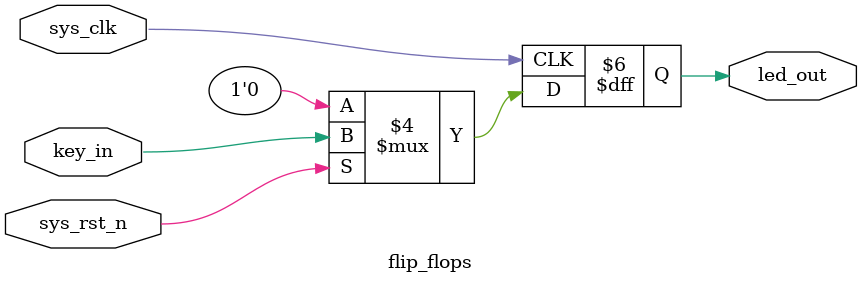
<source format=v>
module flip_flops
(
input wire sys_clk , //Clock input. we Will use system clock, 50M Hz
input wire sys_rst_n, //Reset button
input wire key_in , //Input button

output reg led_out //Output
 );

 always@(posedge sys_clk) 

 if(sys_rst_n == 1'b0) 
	led_out <= 1'b0; 
 else
	led_out <= key_in;

 endmodule
</source>
